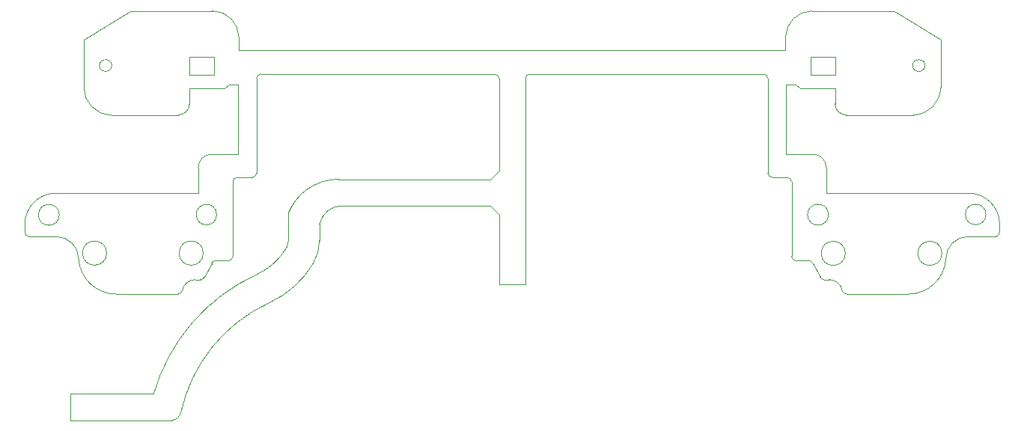
<source format=gbr>
%TF.GenerationSoftware,KiCad,Pcbnew,8.0.2*%
%TF.CreationDate,2024-09-01T00:44:22-07:00*%
%TF.ProjectId,procon_trigger_pcb,70726f63-6f6e-45f7-9472-69676765725f,rev?*%
%TF.SameCoordinates,Original*%
%TF.FileFunction,Profile,NP*%
%FSLAX46Y46*%
G04 Gerber Fmt 4.6, Leading zero omitted, Abs format (unit mm)*
G04 Created by KiCad (PCBNEW 8.0.2) date 2024-09-01 00:44:22*
%MOMM*%
%LPD*%
G01*
G04 APERTURE LIST*
%TA.AperFunction,Profile*%
%ADD10C,0.100000*%
%TD*%
G04 APERTURE END LIST*
D10*
X173484990Y-140047120D02*
G75*
G02*
X172984980Y-139547120I10J500020D01*
G01*
X277163479Y-142547120D02*
G75*
G02*
X272913480Y-146550852I-4249979J253820D01*
G01*
X191601200Y-125024850D02*
X191601200Y-123244330D01*
X197013730Y-133343220D02*
X198697110Y-133343220D01*
X263880450Y-137560000D02*
G75*
G02*
X261519550Y-137560000I-1180450J0D01*
G01*
X261519550Y-137560000D02*
G75*
G02*
X263880450Y-137560000I1180450J0D01*
G01*
X191601200Y-123244330D02*
X195537460Y-123244330D01*
X178125000Y-160828775D02*
X178125000Y-157828775D01*
X196085230Y-122803740D02*
X197140300Y-122803740D01*
X261829980Y-119664730D02*
X264625100Y-119664730D01*
X199197110Y-132843220D02*
G75*
G02*
X198697110Y-133343210I-500010J20D01*
G01*
X193296650Y-144633790D02*
G75*
G02*
X192853940Y-144901433I-442750J232390D01*
G01*
X199697110Y-121639830D02*
X226113150Y-121639830D01*
X196513730Y-142269070D02*
G75*
G02*
X196013730Y-142769130I-500030J-30D01*
G01*
X172984990Y-138635000D02*
X172984980Y-139547120D01*
X265875100Y-126274850D02*
X273466330Y-126274850D01*
X225613150Y-133550000D02*
X226613150Y-132550000D01*
X283241310Y-139547120D02*
G75*
G02*
X282741310Y-140047110I-500110J120D01*
G01*
X194683350Y-137560000D02*
G75*
G02*
X192366650Y-137560000I-1158350J0D01*
G01*
X192366650Y-137560000D02*
G75*
G02*
X194683350Y-137560000I1158350J0D01*
G01*
X192593570Y-135135000D02*
X176484990Y-135135000D01*
X226113150Y-121639830D02*
G75*
G02*
X226613070Y-122139830I-50J-499970D01*
G01*
X279741310Y-135135000D02*
X263632730Y-135135000D01*
X265926050Y-146543280D02*
X272913480Y-146543280D01*
X276566330Y-117793040D02*
X271347720Y-114505880D01*
X260688840Y-123244330D02*
X264625100Y-123244330D01*
X276714610Y-141935000D02*
G75*
G02*
X273985390Y-141935000I-1364610J0D01*
G01*
X273985390Y-141935000D02*
G75*
G02*
X276714610Y-141935000I1364610J0D01*
G01*
X183312830Y-146543280D02*
X190300250Y-146543280D01*
X283241310Y-139547120D02*
X283241310Y-138635000D01*
X259031890Y-118928780D02*
X197194420Y-118928780D01*
X194135100Y-143036660D02*
G75*
G02*
X194577800Y-142769088I442700J-232440D01*
G01*
X265875100Y-126274850D02*
G75*
G02*
X264625050Y-125024850I-100J1249950D01*
G01*
X196513730Y-133843220D02*
G75*
G02*
X197013730Y-133343230I499970J20D01*
G01*
X202807372Y-140506638D02*
G75*
G02*
X202606286Y-141256808I-1499972J38D01*
G01*
X259031890Y-117505880D02*
X259031890Y-118928780D01*
X225613150Y-133550000D02*
X208481661Y-133550000D01*
X182759980Y-126274850D02*
G75*
G02*
X179659950Y-123174850I20J3100050D01*
G01*
X274800830Y-120689560D02*
G75*
G02*
X273415650Y-120689560I-692590J0D01*
G01*
X273415650Y-120689560D02*
G75*
G02*
X274800830Y-120689560I692590J0D01*
G01*
X262132730Y-130719650D02*
G75*
G02*
X263632750Y-132219650I-30J-1500050D01*
G01*
X184878580Y-114505880D02*
X179659980Y-117793040D01*
X263372360Y-144901390D02*
G75*
G02*
X262929615Y-144633822I-60J499990D01*
G01*
X263958370Y-144901390D02*
G75*
G02*
X265434069Y-146132820I-70J-1500010D01*
G01*
X263372360Y-144901390D02*
X263958370Y-144901390D01*
X230113150Y-121639830D02*
X256529200Y-121639830D01*
X199197110Y-122139830D02*
G75*
G02*
X199697110Y-121639810I499990J30D01*
G01*
X197140300Y-130719650D02*
X194093570Y-130719650D01*
X259031890Y-117505880D02*
G75*
G02*
X262031890Y-114505890I3000010J-20D01*
G01*
X264625100Y-119664730D02*
X264625100Y-121698590D01*
X206307373Y-138684823D02*
G75*
G02*
X208885180Y-136550007I2577827J-488977D01*
G01*
X205637150Y-143007242D02*
G75*
G02*
X200674620Y-147510862I-9508550J5491542D01*
G01*
X259086000Y-130719650D02*
X259086000Y-122803740D01*
X261829980Y-121698590D02*
X261829980Y-119664730D01*
X260141070Y-122803740D02*
X260688840Y-123244330D01*
X265926050Y-146543280D02*
G75*
G02*
X265434099Y-146132820I-50J499980D01*
G01*
X173484990Y-140047120D02*
X176562830Y-140047120D01*
X189637020Y-160828775D02*
X178125000Y-160828775D01*
X256529200Y-121639830D02*
G75*
G02*
X257029170Y-122139830I-100J-500070D01*
G01*
X183312830Y-146543280D02*
G75*
G02*
X179070379Y-142546669I-30J4249980D01*
G01*
X257529200Y-133343220D02*
X259212570Y-133343220D01*
X195537460Y-123244330D02*
X196085230Y-122803740D01*
X176880450Y-137585000D02*
G75*
G02*
X174519550Y-137585000I-1180450J0D01*
G01*
X174519550Y-137585000D02*
G75*
G02*
X176880450Y-137585000I1180450J0D01*
G01*
X196513730Y-142269070D02*
X196513730Y-133843220D01*
X265789610Y-141935000D02*
G75*
G02*
X263060390Y-141935000I-1364610J0D01*
G01*
X263060390Y-141935000D02*
G75*
G02*
X265789610Y-141935000I1364610J0D01*
G01*
X226613150Y-122139830D02*
X226613150Y-132550000D01*
X199197110Y-132843220D02*
X199197110Y-122139830D01*
X193296650Y-144633790D02*
X194135100Y-143036660D01*
X257529200Y-133343220D02*
G75*
G02*
X257029180Y-132843220I-100J499920D01*
G01*
X182810650Y-120689560D02*
G75*
G02*
X181425470Y-120689560I-692590J0D01*
G01*
X181425470Y-120689560D02*
G75*
G02*
X182810650Y-120689560I692590J0D01*
G01*
X206307372Y-138684823D02*
X206307372Y-140506638D01*
X194577800Y-142769070D02*
X196013730Y-142769070D01*
X190615203Y-160036568D02*
G75*
G02*
X189637020Y-160828745I-978203J207868D01*
G01*
X191601200Y-121698590D02*
X191601200Y-119664730D01*
X194194420Y-114505880D02*
G75*
G02*
X197194420Y-117505880I-20J-3000020D01*
G01*
X197140300Y-122803740D02*
X197140300Y-130719650D01*
X206307372Y-140506638D02*
G75*
G02*
X205637130Y-143007232I-4999972J38D01*
G01*
X197194420Y-118928780D02*
X197194420Y-117505880D01*
X178125000Y-157828775D02*
X187561904Y-157828775D01*
X263632730Y-135135000D02*
X263632730Y-132219650D01*
X264625100Y-121698590D02*
X261829980Y-121698590D01*
X260212570Y-142769070D02*
G75*
G02*
X259712530Y-142269070I-70J499970D01*
G01*
X262132730Y-130719650D02*
X259086000Y-130719650D01*
X279741310Y-135135000D02*
G75*
G02*
X283241300Y-138635000I-10J-3500000D01*
G01*
X194396320Y-119664730D02*
X194396320Y-121698590D01*
X192593570Y-132219650D02*
G75*
G02*
X194093570Y-130719570I1500030J50D01*
G01*
X191601200Y-119664730D02*
X194396320Y-119664730D01*
X202807374Y-137375294D02*
X202807372Y-140506638D01*
X260212570Y-142769070D02*
X261648500Y-142769070D01*
X259086000Y-122803740D02*
X260141070Y-122803740D01*
X229613150Y-122139830D02*
G75*
G02*
X230113150Y-121639750I500050J30D01*
G01*
X226613150Y-137550000D02*
X226613150Y-145428780D01*
X259712570Y-133843220D02*
X259712570Y-142269070D01*
X262091210Y-143036660D02*
X262929660Y-144633790D01*
X176562830Y-140047070D02*
G75*
G02*
X179062830Y-142547120I-30J-2500030D01*
G01*
X190615198Y-160036567D02*
G75*
G02*
X200674615Y-147510852I17441382J-3704973D01*
G01*
X202807374Y-137375294D02*
G75*
G02*
X208481661Y-133549994I5674326J-2295906D01*
G01*
X229613150Y-145428780D02*
X229613150Y-122139830D01*
X259212570Y-133343220D02*
G75*
G02*
X259712580Y-133843220I-70J-500080D01*
G01*
X192593570Y-132219650D02*
X192593570Y-135135000D01*
X193164610Y-141910000D02*
G75*
G02*
X190435390Y-141910000I-1364610J0D01*
G01*
X190435390Y-141910000D02*
G75*
G02*
X193164610Y-141910000I1364610J0D01*
G01*
X257029200Y-122139830D02*
X257029200Y-132843220D01*
X281683350Y-137535000D02*
G75*
G02*
X279366650Y-137535000I-1158350J0D01*
G01*
X279366650Y-137535000D02*
G75*
G02*
X281683350Y-137535000I1158350J0D01*
G01*
X225613150Y-136550000D02*
X208885180Y-136550002D01*
X264625100Y-123244330D02*
X264625100Y-125024850D01*
X182239610Y-141910000D02*
G75*
G02*
X179510390Y-141910000I-1364610J0D01*
G01*
X179510390Y-141910000D02*
G75*
G02*
X182239610Y-141910000I1364610J0D01*
G01*
X190792170Y-146132810D02*
G75*
G02*
X192267930Y-144901427I1475730J-268590D01*
G01*
X271347720Y-114505880D02*
X262031890Y-114505880D01*
X194396320Y-121698590D02*
X191601200Y-121698590D01*
X182759980Y-126274850D02*
X190351200Y-126274850D01*
X194194420Y-114505880D02*
X184878580Y-114505880D01*
X276566330Y-123174850D02*
X276566330Y-117793040D01*
X172984990Y-138635000D02*
G75*
G02*
X176484990Y-135134990I3500010J0D01*
G01*
X192267930Y-144901390D02*
X192853940Y-144901390D01*
X190792170Y-146132810D02*
G75*
G02*
X190300250Y-146543248I-491870J89510D01*
G01*
X191601200Y-125024850D02*
G75*
G02*
X190351200Y-126274800I-1250000J50D01*
G01*
X261648500Y-142769070D02*
G75*
G02*
X262091204Y-143036668I100J-499830D01*
G01*
X225613150Y-136550000D02*
X226613150Y-137550000D01*
X187561905Y-157828775D02*
G75*
G02*
X199225600Y-144324930I20494795J-5912925D01*
G01*
X179659980Y-117793040D02*
X179659980Y-123174850D01*
X276566330Y-123174850D02*
G75*
G02*
X273466330Y-126274830I-3099930J-50D01*
G01*
X279663480Y-140047120D02*
X282741310Y-140047120D01*
X202606305Y-141256819D02*
G75*
G02*
X199225585Y-144324895I-6477405J3740819D01*
G01*
X277163480Y-142547120D02*
G75*
G02*
X279663480Y-140047180I2499920J20D01*
G01*
X226613150Y-145428780D02*
X229613150Y-145428780D01*
M02*

</source>
